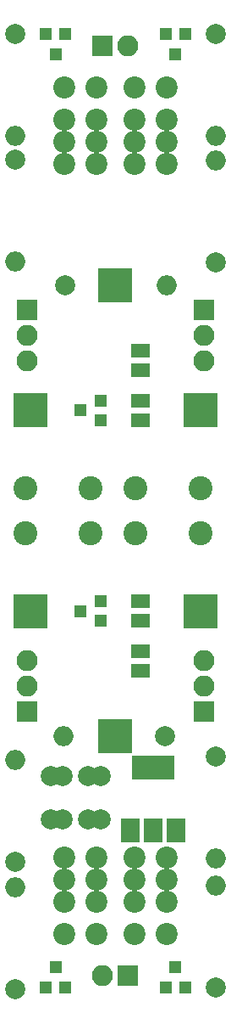
<source format=gbs>
G04 #@! TF.FileFunction,Soldermask,Bot*
%FSLAX46Y46*%
G04 Gerber Fmt 4.6, Leading zero omitted, Abs format (unit mm)*
G04 Created by KiCad (PCBNEW 4.0.4+e1-6308~48~ubuntu16.04.1-stable) date Sun Jan 28 16:20:55 2018*
%MOMM*%
%LPD*%
G01*
G04 APERTURE LIST*
%ADD10C,0.100000*%
%ADD11C,2.000000*%
%ADD12O,2.000000X2.000000*%
%ADD13R,1.900000X1.370000*%
%ADD14R,2.100000X2.100000*%
%ADD15O,2.100000X2.100000*%
%ADD16C,2.200000*%
%ADD17R,1.200000X1.300000*%
%ADD18R,1.300000X1.200000*%
%ADD19C,2.400000*%
%ADD20R,3.400000X3.400000*%
%ADD21R,4.200000X2.400000*%
%ADD22R,1.900000X2.400000*%
G04 APERTURE END LIST*
D10*
D11*
X107500000Y-77500000D03*
D12*
X117660000Y-77500000D03*
D11*
X109750000Y-126500000D03*
X107250000Y-126500000D03*
X111000000Y-126500000D03*
X106000000Y-126500000D03*
X109750000Y-130750000D03*
X107250000Y-130750000D03*
X111000000Y-130750000D03*
X106000000Y-130750000D03*
D13*
X115000000Y-85955000D03*
X115000000Y-84045000D03*
X115000000Y-114045000D03*
X115000000Y-115955000D03*
X115000000Y-90955000D03*
X115000000Y-89045000D03*
X115000000Y-109045000D03*
X115000000Y-110955000D03*
D14*
X103620000Y-79980000D03*
D15*
X103620000Y-82520000D03*
X103620000Y-85060000D03*
D14*
X111230000Y-53620000D03*
D15*
X113770000Y-53620000D03*
D14*
X121380000Y-79980000D03*
D15*
X121380000Y-82520000D03*
X121380000Y-85060000D03*
D14*
X113770000Y-146380000D03*
D15*
X111230000Y-146380000D03*
D14*
X103620000Y-120020000D03*
D15*
X103620000Y-117480000D03*
X103620000Y-114940000D03*
D14*
X121380000Y-120020000D03*
D15*
X121380000Y-117480000D03*
X121380000Y-114940000D03*
D16*
X107400000Y-57800000D03*
X107400000Y-61000000D03*
X107400000Y-63200000D03*
X107400000Y-65400000D03*
X110600000Y-65400000D03*
X110600000Y-63200000D03*
X110600000Y-61000000D03*
X110600000Y-57800000D03*
X110600000Y-142200000D03*
X110600000Y-139000000D03*
X110600000Y-136800000D03*
X110600000Y-134600000D03*
X107400000Y-134600000D03*
X107400000Y-136800000D03*
X107400000Y-139000000D03*
X107400000Y-142200000D03*
X114400000Y-57800000D03*
X114400000Y-61000000D03*
X114400000Y-63200000D03*
X114400000Y-65400000D03*
X117600000Y-65400000D03*
X117600000Y-63200000D03*
X117600000Y-61000000D03*
X117600000Y-57800000D03*
X117600000Y-142200000D03*
X117600000Y-139000000D03*
X117600000Y-136800000D03*
X117600000Y-134600000D03*
X114400000Y-134600000D03*
X114400000Y-136800000D03*
X114400000Y-139000000D03*
X114400000Y-142200000D03*
D17*
X105550000Y-52500000D03*
X107450000Y-52500000D03*
X106500000Y-54500000D03*
X107450000Y-147500000D03*
X105550000Y-147500000D03*
X106500000Y-145500000D03*
X117550000Y-52500000D03*
X119450000Y-52500000D03*
X118500000Y-54500000D03*
X119450000Y-147500000D03*
X117550000Y-147500000D03*
X118500000Y-145500000D03*
D18*
X111000000Y-89050000D03*
X111000000Y-90950000D03*
X109000000Y-90000000D03*
X111000000Y-109050000D03*
X111000000Y-110950000D03*
X109000000Y-110000000D03*
D11*
X102500000Y-135000000D03*
D12*
X102500000Y-124840000D03*
D11*
X122500000Y-124500000D03*
D12*
X122500000Y-134660000D03*
D19*
X121000000Y-97750000D03*
X121000000Y-102250000D03*
X114500000Y-97750000D03*
X114500000Y-102250000D03*
X110000000Y-97750000D03*
X110000000Y-102250000D03*
X103500000Y-97750000D03*
X103500000Y-102250000D03*
D20*
X104000000Y-90000000D03*
X104000000Y-110000000D03*
X112500000Y-77500000D03*
X112500000Y-122500000D03*
X121000000Y-90000000D03*
X121000000Y-110000000D03*
D11*
X102500000Y-52500000D03*
D12*
X102500000Y-62660000D03*
D11*
X102500000Y-147750000D03*
D12*
X102500000Y-137590000D03*
D11*
X117500000Y-122500000D03*
D12*
X107340000Y-122500000D03*
D11*
X122500000Y-52500000D03*
D12*
X122500000Y-62660000D03*
D11*
X122500000Y-147500000D03*
D12*
X122500000Y-137340000D03*
D11*
X102500000Y-65000000D03*
D12*
X102500000Y-75160000D03*
D11*
X122500000Y-75250000D03*
D12*
X122500000Y-65090000D03*
D21*
X116250000Y-125600000D03*
D22*
X116250000Y-131900000D03*
X113950000Y-131900000D03*
X118550000Y-131900000D03*
M02*

</source>
